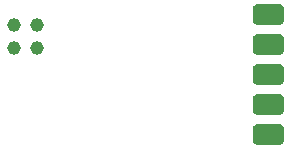
<source format=gbr>
G04 #@! TF.GenerationSoftware,KiCad,Pcbnew,no-vcs-found-826efab~61~ubuntu16.04.1*
G04 #@! TF.CreationDate,2018-02-09T13:34:48+01:00*
G04 #@! TF.ProjectId,ubmp_v1r1,75626D705F763172312E6B696361645F,rev?*
G04 #@! TF.SameCoordinates,Original*
G04 #@! TF.FileFunction,Soldermask,Bot*
G04 #@! TF.FilePolarity,Negative*
%FSLAX46Y46*%
G04 Gerber Fmt 4.6, Leading zero omitted, Abs format (unit mm)*
G04 Created by KiCad (PCBNEW no-vcs-found-826efab~61~ubuntu16.04.1) date Fri Feb  9 13:34:48 2018*
%MOMM*%
%LPD*%
G01*
G04 APERTURE LIST*
%ADD10C,0.100000*%
%ADD11C,1.760000*%
%ADD12C,1.160000*%
G04 APERTURE END LIST*
D10*
G36*
X118183128Y-110202119D02*
X118225840Y-110208454D01*
X118267725Y-110218946D01*
X118308381Y-110233493D01*
X118347415Y-110251955D01*
X118384451Y-110274153D01*
X118419133Y-110299875D01*
X118451127Y-110328873D01*
X118480125Y-110360867D01*
X118505847Y-110395549D01*
X118528045Y-110432585D01*
X118546507Y-110471619D01*
X118561054Y-110512275D01*
X118571546Y-110554160D01*
X118577881Y-110596872D01*
X118580000Y-110640000D01*
X118580000Y-111520000D01*
X118577881Y-111563128D01*
X118571546Y-111605840D01*
X118561054Y-111647725D01*
X118546507Y-111688381D01*
X118528045Y-111727415D01*
X118505847Y-111764451D01*
X118480125Y-111799133D01*
X118451127Y-111831127D01*
X118419133Y-111860125D01*
X118384451Y-111885847D01*
X118347415Y-111908045D01*
X118308381Y-111926507D01*
X118267725Y-111941054D01*
X118225840Y-111951546D01*
X118183128Y-111957881D01*
X118140000Y-111960000D01*
X116360000Y-111960000D01*
X116316872Y-111957881D01*
X116274160Y-111951546D01*
X116232275Y-111941054D01*
X116191619Y-111926507D01*
X116152585Y-111908045D01*
X116115549Y-111885847D01*
X116080867Y-111860125D01*
X116048873Y-111831127D01*
X116019875Y-111799133D01*
X115994153Y-111764451D01*
X115971955Y-111727415D01*
X115953493Y-111688381D01*
X115938946Y-111647725D01*
X115928454Y-111605840D01*
X115922119Y-111563128D01*
X115920000Y-111520000D01*
X115920000Y-110640000D01*
X115922119Y-110596872D01*
X115928454Y-110554160D01*
X115938946Y-110512275D01*
X115953493Y-110471619D01*
X115971955Y-110432585D01*
X115994153Y-110395549D01*
X116019875Y-110360867D01*
X116048873Y-110328873D01*
X116080867Y-110299875D01*
X116115549Y-110274153D01*
X116152585Y-110251955D01*
X116191619Y-110233493D01*
X116232275Y-110218946D01*
X116274160Y-110208454D01*
X116316872Y-110202119D01*
X116360000Y-110200000D01*
X118140000Y-110200000D01*
X118183128Y-110202119D01*
X118183128Y-110202119D01*
G37*
D11*
X117250000Y-111080000D03*
D10*
G36*
X118183128Y-100042119D02*
X118225840Y-100048454D01*
X118267725Y-100058946D01*
X118308381Y-100073493D01*
X118347415Y-100091955D01*
X118384451Y-100114153D01*
X118419133Y-100139875D01*
X118451127Y-100168873D01*
X118480125Y-100200867D01*
X118505847Y-100235549D01*
X118528045Y-100272585D01*
X118546507Y-100311619D01*
X118561054Y-100352275D01*
X118571546Y-100394160D01*
X118577881Y-100436872D01*
X118580000Y-100480000D01*
X118580000Y-101360000D01*
X118577881Y-101403128D01*
X118571546Y-101445840D01*
X118561054Y-101487725D01*
X118546507Y-101528381D01*
X118528045Y-101567415D01*
X118505847Y-101604451D01*
X118480125Y-101639133D01*
X118451127Y-101671127D01*
X118419133Y-101700125D01*
X118384451Y-101725847D01*
X118347415Y-101748045D01*
X118308381Y-101766507D01*
X118267725Y-101781054D01*
X118225840Y-101791546D01*
X118183128Y-101797881D01*
X118140000Y-101800000D01*
X116360000Y-101800000D01*
X116316872Y-101797881D01*
X116274160Y-101791546D01*
X116232275Y-101781054D01*
X116191619Y-101766507D01*
X116152585Y-101748045D01*
X116115549Y-101725847D01*
X116080867Y-101700125D01*
X116048873Y-101671127D01*
X116019875Y-101639133D01*
X115994153Y-101604451D01*
X115971955Y-101567415D01*
X115953493Y-101528381D01*
X115938946Y-101487725D01*
X115928454Y-101445840D01*
X115922119Y-101403128D01*
X115920000Y-101360000D01*
X115920000Y-100480000D01*
X115922119Y-100436872D01*
X115928454Y-100394160D01*
X115938946Y-100352275D01*
X115953493Y-100311619D01*
X115971955Y-100272585D01*
X115994153Y-100235549D01*
X116019875Y-100200867D01*
X116048873Y-100168873D01*
X116080867Y-100139875D01*
X116115549Y-100114153D01*
X116152585Y-100091955D01*
X116191619Y-100073493D01*
X116232275Y-100058946D01*
X116274160Y-100048454D01*
X116316872Y-100042119D01*
X116360000Y-100040000D01*
X118140000Y-100040000D01*
X118183128Y-100042119D01*
X118183128Y-100042119D01*
G37*
D11*
X117250000Y-100920000D03*
D10*
G36*
X118183128Y-105122119D02*
X118225840Y-105128454D01*
X118267725Y-105138946D01*
X118308381Y-105153493D01*
X118347415Y-105171955D01*
X118384451Y-105194153D01*
X118419133Y-105219875D01*
X118451127Y-105248873D01*
X118480125Y-105280867D01*
X118505847Y-105315549D01*
X118528045Y-105352585D01*
X118546507Y-105391619D01*
X118561054Y-105432275D01*
X118571546Y-105474160D01*
X118577881Y-105516872D01*
X118580000Y-105560000D01*
X118580000Y-106440000D01*
X118577881Y-106483128D01*
X118571546Y-106525840D01*
X118561054Y-106567725D01*
X118546507Y-106608381D01*
X118528045Y-106647415D01*
X118505847Y-106684451D01*
X118480125Y-106719133D01*
X118451127Y-106751127D01*
X118419133Y-106780125D01*
X118384451Y-106805847D01*
X118347415Y-106828045D01*
X118308381Y-106846507D01*
X118267725Y-106861054D01*
X118225840Y-106871546D01*
X118183128Y-106877881D01*
X118140000Y-106880000D01*
X116360000Y-106880000D01*
X116316872Y-106877881D01*
X116274160Y-106871546D01*
X116232275Y-106861054D01*
X116191619Y-106846507D01*
X116152585Y-106828045D01*
X116115549Y-106805847D01*
X116080867Y-106780125D01*
X116048873Y-106751127D01*
X116019875Y-106719133D01*
X115994153Y-106684451D01*
X115971955Y-106647415D01*
X115953493Y-106608381D01*
X115938946Y-106567725D01*
X115928454Y-106525840D01*
X115922119Y-106483128D01*
X115920000Y-106440000D01*
X115920000Y-105560000D01*
X115922119Y-105516872D01*
X115928454Y-105474160D01*
X115938946Y-105432275D01*
X115953493Y-105391619D01*
X115971955Y-105352585D01*
X115994153Y-105315549D01*
X116019875Y-105280867D01*
X116048873Y-105248873D01*
X116080867Y-105219875D01*
X116115549Y-105194153D01*
X116152585Y-105171955D01*
X116191619Y-105153493D01*
X116232275Y-105138946D01*
X116274160Y-105128454D01*
X116316872Y-105122119D01*
X116360000Y-105120000D01*
X118140000Y-105120000D01*
X118183128Y-105122119D01*
X118183128Y-105122119D01*
G37*
D11*
X117250000Y-106000000D03*
D10*
G36*
X118183128Y-102582119D02*
X118225840Y-102588454D01*
X118267725Y-102598946D01*
X118308381Y-102613493D01*
X118347415Y-102631955D01*
X118384451Y-102654153D01*
X118419133Y-102679875D01*
X118451127Y-102708873D01*
X118480125Y-102740867D01*
X118505847Y-102775549D01*
X118528045Y-102812585D01*
X118546507Y-102851619D01*
X118561054Y-102892275D01*
X118571546Y-102934160D01*
X118577881Y-102976872D01*
X118580000Y-103020000D01*
X118580000Y-103900000D01*
X118577881Y-103943128D01*
X118571546Y-103985840D01*
X118561054Y-104027725D01*
X118546507Y-104068381D01*
X118528045Y-104107415D01*
X118505847Y-104144451D01*
X118480125Y-104179133D01*
X118451127Y-104211127D01*
X118419133Y-104240125D01*
X118384451Y-104265847D01*
X118347415Y-104288045D01*
X118308381Y-104306507D01*
X118267725Y-104321054D01*
X118225840Y-104331546D01*
X118183128Y-104337881D01*
X118140000Y-104340000D01*
X116360000Y-104340000D01*
X116316872Y-104337881D01*
X116274160Y-104331546D01*
X116232275Y-104321054D01*
X116191619Y-104306507D01*
X116152585Y-104288045D01*
X116115549Y-104265847D01*
X116080867Y-104240125D01*
X116048873Y-104211127D01*
X116019875Y-104179133D01*
X115994153Y-104144451D01*
X115971955Y-104107415D01*
X115953493Y-104068381D01*
X115938946Y-104027725D01*
X115928454Y-103985840D01*
X115922119Y-103943128D01*
X115920000Y-103900000D01*
X115920000Y-103020000D01*
X115922119Y-102976872D01*
X115928454Y-102934160D01*
X115938946Y-102892275D01*
X115953493Y-102851619D01*
X115971955Y-102812585D01*
X115994153Y-102775549D01*
X116019875Y-102740867D01*
X116048873Y-102708873D01*
X116080867Y-102679875D01*
X116115549Y-102654153D01*
X116152585Y-102631955D01*
X116191619Y-102613493D01*
X116232275Y-102598946D01*
X116274160Y-102588454D01*
X116316872Y-102582119D01*
X116360000Y-102580000D01*
X118140000Y-102580000D01*
X118183128Y-102582119D01*
X118183128Y-102582119D01*
G37*
D11*
X117250000Y-103460000D03*
D10*
G36*
X118183128Y-107662119D02*
X118225840Y-107668454D01*
X118267725Y-107678946D01*
X118308381Y-107693493D01*
X118347415Y-107711955D01*
X118384451Y-107734153D01*
X118419133Y-107759875D01*
X118451127Y-107788873D01*
X118480125Y-107820867D01*
X118505847Y-107855549D01*
X118528045Y-107892585D01*
X118546507Y-107931619D01*
X118561054Y-107972275D01*
X118571546Y-108014160D01*
X118577881Y-108056872D01*
X118580000Y-108100000D01*
X118580000Y-108980000D01*
X118577881Y-109023128D01*
X118571546Y-109065840D01*
X118561054Y-109107725D01*
X118546507Y-109148381D01*
X118528045Y-109187415D01*
X118505847Y-109224451D01*
X118480125Y-109259133D01*
X118451127Y-109291127D01*
X118419133Y-109320125D01*
X118384451Y-109345847D01*
X118347415Y-109368045D01*
X118308381Y-109386507D01*
X118267725Y-109401054D01*
X118225840Y-109411546D01*
X118183128Y-109417881D01*
X118140000Y-109420000D01*
X116360000Y-109420000D01*
X116316872Y-109417881D01*
X116274160Y-109411546D01*
X116232275Y-109401054D01*
X116191619Y-109386507D01*
X116152585Y-109368045D01*
X116115549Y-109345847D01*
X116080867Y-109320125D01*
X116048873Y-109291127D01*
X116019875Y-109259133D01*
X115994153Y-109224451D01*
X115971955Y-109187415D01*
X115953493Y-109148381D01*
X115938946Y-109107725D01*
X115928454Y-109065840D01*
X115922119Y-109023128D01*
X115920000Y-108980000D01*
X115920000Y-108100000D01*
X115922119Y-108056872D01*
X115928454Y-108014160D01*
X115938946Y-107972275D01*
X115953493Y-107931619D01*
X115971955Y-107892585D01*
X115994153Y-107855549D01*
X116019875Y-107820867D01*
X116048873Y-107788873D01*
X116080867Y-107759875D01*
X116115549Y-107734153D01*
X116152585Y-107711955D01*
X116191619Y-107693493D01*
X116232275Y-107678946D01*
X116274160Y-107668454D01*
X116316872Y-107662119D01*
X116360000Y-107660000D01*
X118140000Y-107660000D01*
X118183128Y-107662119D01*
X118183128Y-107662119D01*
G37*
D11*
X117250000Y-108540000D03*
D12*
X97700000Y-101800000D03*
X97700000Y-103800000D03*
X95700000Y-101800000D03*
X95700000Y-103800000D03*
M02*

</source>
